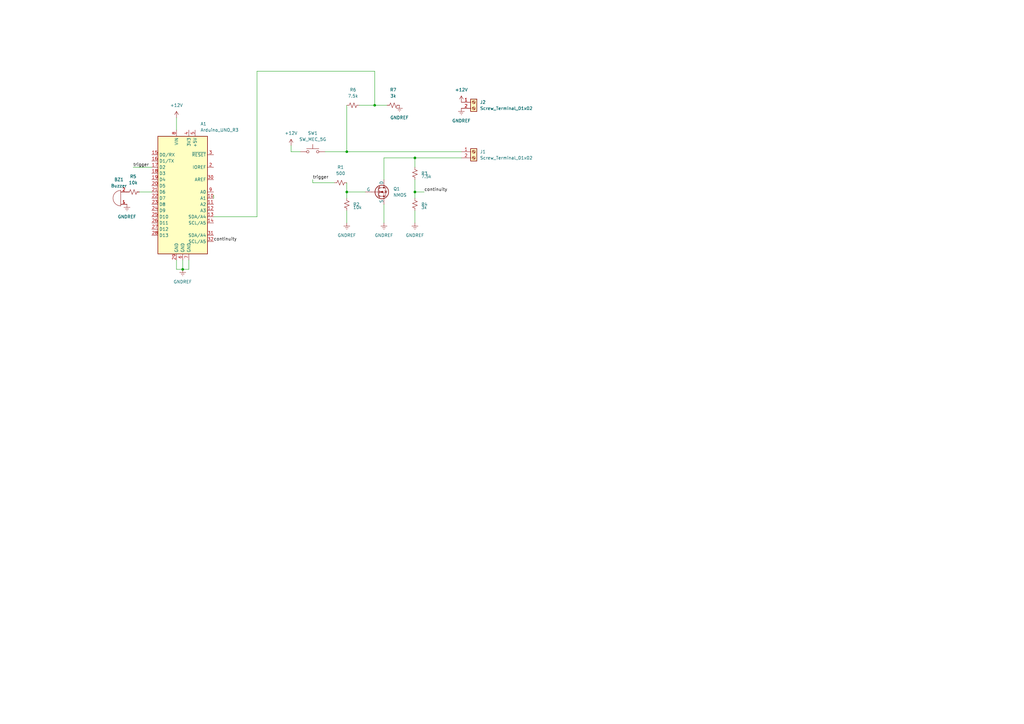
<source format=kicad_sch>
(kicad_sch
	(version 20250114)
	(generator "eeschema")
	(generator_version "9.0")
	(uuid "3572cdd5-e58b-4971-9298-7fa35d6d272d")
	(paper "A3")
	(lib_symbols
		(symbol "Connector:Screw_Terminal_01x02"
			(pin_names
				(offset 1.016)
				(hide yes)
			)
			(exclude_from_sim no)
			(in_bom yes)
			(on_board yes)
			(property "Reference" "J"
				(at 0 2.54 0)
				(effects
					(font
						(size 1.27 1.27)
					)
				)
			)
			(property "Value" "Screw_Terminal_01x02"
				(at 0 -5.08 0)
				(effects
					(font
						(size 1.27 1.27)
					)
				)
			)
			(property "Footprint" ""
				(at 0 0 0)
				(effects
					(font
						(size 1.27 1.27)
					)
					(hide yes)
				)
			)
			(property "Datasheet" "~"
				(at 0 0 0)
				(effects
					(font
						(size 1.27 1.27)
					)
					(hide yes)
				)
			)
			(property "Description" "Generic screw terminal, single row, 01x02, script generated (kicad-library-utils/schlib/autogen/connector/)"
				(at 0 0 0)
				(effects
					(font
						(size 1.27 1.27)
					)
					(hide yes)
				)
			)
			(property "ki_keywords" "screw terminal"
				(at 0 0 0)
				(effects
					(font
						(size 1.27 1.27)
					)
					(hide yes)
				)
			)
			(property "ki_fp_filters" "TerminalBlock*:*"
				(at 0 0 0)
				(effects
					(font
						(size 1.27 1.27)
					)
					(hide yes)
				)
			)
			(symbol "Screw_Terminal_01x02_1_1"
				(rectangle
					(start -1.27 1.27)
					(end 1.27 -3.81)
					(stroke
						(width 0.254)
						(type default)
					)
					(fill
						(type background)
					)
				)
				(polyline
					(pts
						(xy -0.5334 0.3302) (xy 0.3302 -0.508)
					)
					(stroke
						(width 0.1524)
						(type default)
					)
					(fill
						(type none)
					)
				)
				(polyline
					(pts
						(xy -0.5334 -2.2098) (xy 0.3302 -3.048)
					)
					(stroke
						(width 0.1524)
						(type default)
					)
					(fill
						(type none)
					)
				)
				(polyline
					(pts
						(xy -0.3556 0.508) (xy 0.508 -0.3302)
					)
					(stroke
						(width 0.1524)
						(type default)
					)
					(fill
						(type none)
					)
				)
				(polyline
					(pts
						(xy -0.3556 -2.032) (xy 0.508 -2.8702)
					)
					(stroke
						(width 0.1524)
						(type default)
					)
					(fill
						(type none)
					)
				)
				(circle
					(center 0 0)
					(radius 0.635)
					(stroke
						(width 0.1524)
						(type default)
					)
					(fill
						(type none)
					)
				)
				(circle
					(center 0 -2.54)
					(radius 0.635)
					(stroke
						(width 0.1524)
						(type default)
					)
					(fill
						(type none)
					)
				)
				(pin passive line
					(at -5.08 0 0)
					(length 3.81)
					(name "Pin_1"
						(effects
							(font
								(size 1.27 1.27)
							)
						)
					)
					(number "1"
						(effects
							(font
								(size 1.27 1.27)
							)
						)
					)
				)
				(pin passive line
					(at -5.08 -2.54 0)
					(length 3.81)
					(name "Pin_2"
						(effects
							(font
								(size 1.27 1.27)
							)
						)
					)
					(number "2"
						(effects
							(font
								(size 1.27 1.27)
							)
						)
					)
				)
			)
			(embedded_fonts no)
		)
		(symbol "Device:Buzzer"
			(pin_names
				(offset 0.0254)
				(hide yes)
			)
			(exclude_from_sim no)
			(in_bom yes)
			(on_board yes)
			(property "Reference" "BZ"
				(at 3.81 1.27 0)
				(effects
					(font
						(size 1.27 1.27)
					)
					(justify left)
				)
			)
			(property "Value" "Buzzer"
				(at 3.81 -1.27 0)
				(effects
					(font
						(size 1.27 1.27)
					)
					(justify left)
				)
			)
			(property "Footprint" ""
				(at -0.635 2.54 90)
				(effects
					(font
						(size 1.27 1.27)
					)
					(hide yes)
				)
			)
			(property "Datasheet" "~"
				(at -0.635 2.54 90)
				(effects
					(font
						(size 1.27 1.27)
					)
					(hide yes)
				)
			)
			(property "Description" "Buzzer, polarized"
				(at 0 0 0)
				(effects
					(font
						(size 1.27 1.27)
					)
					(hide yes)
				)
			)
			(property "ki_keywords" "quartz resonator ceramic"
				(at 0 0 0)
				(effects
					(font
						(size 1.27 1.27)
					)
					(hide yes)
				)
			)
			(property "ki_fp_filters" "*Buzzer*"
				(at 0 0 0)
				(effects
					(font
						(size 1.27 1.27)
					)
					(hide yes)
				)
			)
			(symbol "Buzzer_0_1"
				(polyline
					(pts
						(xy -1.651 1.905) (xy -1.143 1.905)
					)
					(stroke
						(width 0)
						(type default)
					)
					(fill
						(type none)
					)
				)
				(polyline
					(pts
						(xy -1.397 2.159) (xy -1.397 1.651)
					)
					(stroke
						(width 0)
						(type default)
					)
					(fill
						(type none)
					)
				)
				(arc
					(start 0 3.175)
					(mid 3.1612 0)
					(end 0 -3.175)
					(stroke
						(width 0)
						(type default)
					)
					(fill
						(type none)
					)
				)
				(polyline
					(pts
						(xy 0 3.175) (xy 0 -3.175)
					)
					(stroke
						(width 0)
						(type default)
					)
					(fill
						(type none)
					)
				)
			)
			(symbol "Buzzer_1_1"
				(pin passive line
					(at -2.54 2.54 0)
					(length 2.54)
					(name "-"
						(effects
							(font
								(size 1.27 1.27)
							)
						)
					)
					(number "1"
						(effects
							(font
								(size 1.27 1.27)
							)
						)
					)
				)
				(pin passive line
					(at -2.54 -2.54 0)
					(length 2.54)
					(name "+"
						(effects
							(font
								(size 1.27 1.27)
							)
						)
					)
					(number "2"
						(effects
							(font
								(size 1.27 1.27)
							)
						)
					)
				)
			)
			(embedded_fonts no)
		)
		(symbol "Device:R_Small_US"
			(pin_numbers
				(hide yes)
			)
			(pin_names
				(offset 0.254)
				(hide yes)
			)
			(exclude_from_sim no)
			(in_bom yes)
			(on_board yes)
			(property "Reference" "R"
				(at 0.762 0.508 0)
				(effects
					(font
						(size 1.27 1.27)
					)
					(justify left)
				)
			)
			(property "Value" "R_Small_US"
				(at 0.762 -1.016 0)
				(effects
					(font
						(size 1.27 1.27)
					)
					(justify left)
				)
			)
			(property "Footprint" ""
				(at 0 0 0)
				(effects
					(font
						(size 1.27 1.27)
					)
					(hide yes)
				)
			)
			(property "Datasheet" "~"
				(at 0 0 0)
				(effects
					(font
						(size 1.27 1.27)
					)
					(hide yes)
				)
			)
			(property "Description" "Resistor, small US symbol"
				(at 0 0 0)
				(effects
					(font
						(size 1.27 1.27)
					)
					(hide yes)
				)
			)
			(property "ki_keywords" "r resistor"
				(at 0 0 0)
				(effects
					(font
						(size 1.27 1.27)
					)
					(hide yes)
				)
			)
			(property "ki_fp_filters" "R_*"
				(at 0 0 0)
				(effects
					(font
						(size 1.27 1.27)
					)
					(hide yes)
				)
			)
			(symbol "R_Small_US_1_1"
				(polyline
					(pts
						(xy 0 1.524) (xy 1.016 1.143) (xy 0 0.762) (xy -1.016 0.381) (xy 0 0)
					)
					(stroke
						(width 0)
						(type default)
					)
					(fill
						(type none)
					)
				)
				(polyline
					(pts
						(xy 0 0) (xy 1.016 -0.381) (xy 0 -0.762) (xy -1.016 -1.143) (xy 0 -1.524)
					)
					(stroke
						(width 0)
						(type default)
					)
					(fill
						(type none)
					)
				)
				(pin passive line
					(at 0 2.54 270)
					(length 1.016)
					(name "~"
						(effects
							(font
								(size 1.27 1.27)
							)
						)
					)
					(number "1"
						(effects
							(font
								(size 1.27 1.27)
							)
						)
					)
				)
				(pin passive line
					(at 0 -2.54 90)
					(length 1.016)
					(name "~"
						(effects
							(font
								(size 1.27 1.27)
							)
						)
					)
					(number "2"
						(effects
							(font
								(size 1.27 1.27)
							)
						)
					)
				)
			)
			(embedded_fonts no)
		)
		(symbol "MCU_Module:Arduino_UNO_R3"
			(exclude_from_sim no)
			(in_bom yes)
			(on_board yes)
			(property "Reference" "A"
				(at -10.16 23.495 0)
				(effects
					(font
						(size 1.27 1.27)
					)
					(justify left bottom)
				)
			)
			(property "Value" "Arduino_UNO_R3"
				(at 5.08 -26.67 0)
				(effects
					(font
						(size 1.27 1.27)
					)
					(justify left top)
				)
			)
			(property "Footprint" "Module:Arduino_UNO_R3"
				(at 0 0 0)
				(effects
					(font
						(size 1.27 1.27)
						(italic yes)
					)
					(hide yes)
				)
			)
			(property "Datasheet" "https://www.arduino.cc/en/Main/arduinoBoardUno"
				(at 0 0 0)
				(effects
					(font
						(size 1.27 1.27)
					)
					(hide yes)
				)
			)
			(property "Description" "Arduino UNO Microcontroller Module, release 3"
				(at 0 0 0)
				(effects
					(font
						(size 1.27 1.27)
					)
					(hide yes)
				)
			)
			(property "ki_keywords" "Arduino UNO R3 Microcontroller Module Atmel AVR USB"
				(at 0 0 0)
				(effects
					(font
						(size 1.27 1.27)
					)
					(hide yes)
				)
			)
			(property "ki_fp_filters" "Arduino*UNO*R3*"
				(at 0 0 0)
				(effects
					(font
						(size 1.27 1.27)
					)
					(hide yes)
				)
			)
			(symbol "Arduino_UNO_R3_0_1"
				(rectangle
					(start -10.16 22.86)
					(end 10.16 -25.4)
					(stroke
						(width 0.254)
						(type default)
					)
					(fill
						(type background)
					)
				)
			)
			(symbol "Arduino_UNO_R3_1_1"
				(pin bidirectional line
					(at -12.7 15.24 0)
					(length 2.54)
					(name "D0/RX"
						(effects
							(font
								(size 1.27 1.27)
							)
						)
					)
					(number "15"
						(effects
							(font
								(size 1.27 1.27)
							)
						)
					)
				)
				(pin bidirectional line
					(at -12.7 12.7 0)
					(length 2.54)
					(name "D1/TX"
						(effects
							(font
								(size 1.27 1.27)
							)
						)
					)
					(number "16"
						(effects
							(font
								(size 1.27 1.27)
							)
						)
					)
				)
				(pin bidirectional line
					(at -12.7 10.16 0)
					(length 2.54)
					(name "D2"
						(effects
							(font
								(size 1.27 1.27)
							)
						)
					)
					(number "17"
						(effects
							(font
								(size 1.27 1.27)
							)
						)
					)
				)
				(pin bidirectional line
					(at -12.7 7.62 0)
					(length 2.54)
					(name "D3"
						(effects
							(font
								(size 1.27 1.27)
							)
						)
					)
					(number "18"
						(effects
							(font
								(size 1.27 1.27)
							)
						)
					)
				)
				(pin bidirectional line
					(at -12.7 5.08 0)
					(length 2.54)
					(name "D4"
						(effects
							(font
								(size 1.27 1.27)
							)
						)
					)
					(number "19"
						(effects
							(font
								(size 1.27 1.27)
							)
						)
					)
				)
				(pin bidirectional line
					(at -12.7 2.54 0)
					(length 2.54)
					(name "D5"
						(effects
							(font
								(size 1.27 1.27)
							)
						)
					)
					(number "20"
						(effects
							(font
								(size 1.27 1.27)
							)
						)
					)
				)
				(pin bidirectional line
					(at -12.7 0 0)
					(length 2.54)
					(name "D6"
						(effects
							(font
								(size 1.27 1.27)
							)
						)
					)
					(number "21"
						(effects
							(font
								(size 1.27 1.27)
							)
						)
					)
				)
				(pin bidirectional line
					(at -12.7 -2.54 0)
					(length 2.54)
					(name "D7"
						(effects
							(font
								(size 1.27 1.27)
							)
						)
					)
					(number "22"
						(effects
							(font
								(size 1.27 1.27)
							)
						)
					)
				)
				(pin bidirectional line
					(at -12.7 -5.08 0)
					(length 2.54)
					(name "D8"
						(effects
							(font
								(size 1.27 1.27)
							)
						)
					)
					(number "23"
						(effects
							(font
								(size 1.27 1.27)
							)
						)
					)
				)
				(pin bidirectional line
					(at -12.7 -7.62 0)
					(length 2.54)
					(name "D9"
						(effects
							(font
								(size 1.27 1.27)
							)
						)
					)
					(number "24"
						(effects
							(font
								(size 1.27 1.27)
							)
						)
					)
				)
				(pin bidirectional line
					(at -12.7 -10.16 0)
					(length 2.54)
					(name "D10"
						(effects
							(font
								(size 1.27 1.27)
							)
						)
					)
					(number "25"
						(effects
							(font
								(size 1.27 1.27)
							)
						)
					)
				)
				(pin bidirectional line
					(at -12.7 -12.7 0)
					(length 2.54)
					(name "D11"
						(effects
							(font
								(size 1.27 1.27)
							)
						)
					)
					(number "26"
						(effects
							(font
								(size 1.27 1.27)
							)
						)
					)
				)
				(pin bidirectional line
					(at -12.7 -15.24 0)
					(length 2.54)
					(name "D12"
						(effects
							(font
								(size 1.27 1.27)
							)
						)
					)
					(number "27"
						(effects
							(font
								(size 1.27 1.27)
							)
						)
					)
				)
				(pin bidirectional line
					(at -12.7 -17.78 0)
					(length 2.54)
					(name "D13"
						(effects
							(font
								(size 1.27 1.27)
							)
						)
					)
					(number "28"
						(effects
							(font
								(size 1.27 1.27)
							)
						)
					)
				)
				(pin no_connect line
					(at -10.16 -20.32 0)
					(length 2.54)
					(hide yes)
					(name "NC"
						(effects
							(font
								(size 1.27 1.27)
							)
						)
					)
					(number "1"
						(effects
							(font
								(size 1.27 1.27)
							)
						)
					)
				)
				(pin power_in line
					(at -2.54 25.4 270)
					(length 2.54)
					(name "VIN"
						(effects
							(font
								(size 1.27 1.27)
							)
						)
					)
					(number "8"
						(effects
							(font
								(size 1.27 1.27)
							)
						)
					)
				)
				(pin power_in line
					(at -2.54 -27.94 90)
					(length 2.54)
					(name "GND"
						(effects
							(font
								(size 1.27 1.27)
							)
						)
					)
					(number "29"
						(effects
							(font
								(size 1.27 1.27)
							)
						)
					)
				)
				(pin power_in line
					(at 0 -27.94 90)
					(length 2.54)
					(name "GND"
						(effects
							(font
								(size 1.27 1.27)
							)
						)
					)
					(number "6"
						(effects
							(font
								(size 1.27 1.27)
							)
						)
					)
				)
				(pin power_out line
					(at 2.54 25.4 270)
					(length 2.54)
					(name "3V3"
						(effects
							(font
								(size 1.27 1.27)
							)
						)
					)
					(number "4"
						(effects
							(font
								(size 1.27 1.27)
							)
						)
					)
				)
				(pin power_in line
					(at 2.54 -27.94 90)
					(length 2.54)
					(name "GND"
						(effects
							(font
								(size 1.27 1.27)
							)
						)
					)
					(number "7"
						(effects
							(font
								(size 1.27 1.27)
							)
						)
					)
				)
				(pin power_out line
					(at 5.08 25.4 270)
					(length 2.54)
					(name "+5V"
						(effects
							(font
								(size 1.27 1.27)
							)
						)
					)
					(number "5"
						(effects
							(font
								(size 1.27 1.27)
							)
						)
					)
				)
				(pin input line
					(at 12.7 15.24 180)
					(length 2.54)
					(name "~{RESET}"
						(effects
							(font
								(size 1.27 1.27)
							)
						)
					)
					(number "3"
						(effects
							(font
								(size 1.27 1.27)
							)
						)
					)
				)
				(pin output line
					(at 12.7 10.16 180)
					(length 2.54)
					(name "IOREF"
						(effects
							(font
								(size 1.27 1.27)
							)
						)
					)
					(number "2"
						(effects
							(font
								(size 1.27 1.27)
							)
						)
					)
				)
				(pin input line
					(at 12.7 5.08 180)
					(length 2.54)
					(name "AREF"
						(effects
							(font
								(size 1.27 1.27)
							)
						)
					)
					(number "30"
						(effects
							(font
								(size 1.27 1.27)
							)
						)
					)
				)
				(pin bidirectional line
					(at 12.7 0 180)
					(length 2.54)
					(name "A0"
						(effects
							(font
								(size 1.27 1.27)
							)
						)
					)
					(number "9"
						(effects
							(font
								(size 1.27 1.27)
							)
						)
					)
				)
				(pin bidirectional line
					(at 12.7 -2.54 180)
					(length 2.54)
					(name "A1"
						(effects
							(font
								(size 1.27 1.27)
							)
						)
					)
					(number "10"
						(effects
							(font
								(size 1.27 1.27)
							)
						)
					)
				)
				(pin bidirectional line
					(at 12.7 -5.08 180)
					(length 2.54)
					(name "A2"
						(effects
							(font
								(size 1.27 1.27)
							)
						)
					)
					(number "11"
						(effects
							(font
								(size 1.27 1.27)
							)
						)
					)
				)
				(pin bidirectional line
					(at 12.7 -7.62 180)
					(length 2.54)
					(name "A3"
						(effects
							(font
								(size 1.27 1.27)
							)
						)
					)
					(number "12"
						(effects
							(font
								(size 1.27 1.27)
							)
						)
					)
				)
				(pin bidirectional line
					(at 12.7 -10.16 180)
					(length 2.54)
					(name "SDA/A4"
						(effects
							(font
								(size 1.27 1.27)
							)
						)
					)
					(number "13"
						(effects
							(font
								(size 1.27 1.27)
							)
						)
					)
				)
				(pin bidirectional line
					(at 12.7 -12.7 180)
					(length 2.54)
					(name "SCL/A5"
						(effects
							(font
								(size 1.27 1.27)
							)
						)
					)
					(number "14"
						(effects
							(font
								(size 1.27 1.27)
							)
						)
					)
				)
				(pin bidirectional line
					(at 12.7 -17.78 180)
					(length 2.54)
					(name "SDA/A4"
						(effects
							(font
								(size 1.27 1.27)
							)
						)
					)
					(number "31"
						(effects
							(font
								(size 1.27 1.27)
							)
						)
					)
				)
				(pin bidirectional line
					(at 12.7 -20.32 180)
					(length 2.54)
					(name "SCL/A5"
						(effects
							(font
								(size 1.27 1.27)
							)
						)
					)
					(number "32"
						(effects
							(font
								(size 1.27 1.27)
							)
						)
					)
				)
			)
			(embedded_fonts no)
		)
		(symbol "Simulation_SPICE:NMOS"
			(pin_numbers
				(hide yes)
			)
			(pin_names
				(offset 0)
			)
			(exclude_from_sim no)
			(in_bom yes)
			(on_board yes)
			(property "Reference" "Q"
				(at 5.08 1.27 0)
				(effects
					(font
						(size 1.27 1.27)
					)
					(justify left)
				)
			)
			(property "Value" "NMOS"
				(at 5.08 -1.27 0)
				(effects
					(font
						(size 1.27 1.27)
					)
					(justify left)
				)
			)
			(property "Footprint" ""
				(at 5.08 2.54 0)
				(effects
					(font
						(size 1.27 1.27)
					)
					(hide yes)
				)
			)
			(property "Datasheet" "https://ngspice.sourceforge.io/docs/ngspice-manual.pdf"
				(at 0 -12.7 0)
				(effects
					(font
						(size 1.27 1.27)
					)
					(hide yes)
				)
			)
			(property "Description" "N-MOSFET transistor, drain/source/gate"
				(at 0 0 0)
				(effects
					(font
						(size 1.27 1.27)
					)
					(hide yes)
				)
			)
			(property "Sim.Device" "NMOS"
				(at 0 -17.145 0)
				(effects
					(font
						(size 1.27 1.27)
					)
					(hide yes)
				)
			)
			(property "Sim.Type" "VDMOS"
				(at 0 -19.05 0)
				(effects
					(font
						(size 1.27 1.27)
					)
					(hide yes)
				)
			)
			(property "Sim.Pins" "1=D 2=G 3=S"
				(at 0 -15.24 0)
				(effects
					(font
						(size 1.27 1.27)
					)
					(hide yes)
				)
			)
			(property "ki_keywords" "transistor NMOS N-MOS N-MOSFET simulation"
				(at 0 0 0)
				(effects
					(font
						(size 1.27 1.27)
					)
					(hide yes)
				)
			)
			(symbol "NMOS_0_1"
				(polyline
					(pts
						(xy 0.254 1.905) (xy 0.254 -1.905)
					)
					(stroke
						(width 0.254)
						(type default)
					)
					(fill
						(type none)
					)
				)
				(polyline
					(pts
						(xy 0.254 0) (xy -2.54 0)
					)
					(stroke
						(width 0)
						(type default)
					)
					(fill
						(type none)
					)
				)
				(polyline
					(pts
						(xy 0.762 2.286) (xy 0.762 1.27)
					)
					(stroke
						(width 0.254)
						(type default)
					)
					(fill
						(type none)
					)
				)
				(polyline
					(pts
						(xy 0.762 0.508) (xy 0.762 -0.508)
					)
					(stroke
						(width 0.254)
						(type default)
					)
					(fill
						(type none)
					)
				)
				(polyline
					(pts
						(xy 0.762 -1.27) (xy 0.762 -2.286)
					)
					(stroke
						(width 0.254)
						(type default)
					)
					(fill
						(type none)
					)
				)
				(polyline
					(pts
						(xy 0.762 -1.778) (xy 3.302 -1.778) (xy 3.302 1.778) (xy 0.762 1.778)
					)
					(stroke
						(width 0)
						(type default)
					)
					(fill
						(type none)
					)
				)
				(polyline
					(pts
						(xy 1.016 0) (xy 2.032 0.381) (xy 2.032 -0.381) (xy 1.016 0)
					)
					(stroke
						(width 0)
						(type default)
					)
					(fill
						(type outline)
					)
				)
				(circle
					(center 1.651 0)
					(radius 2.794)
					(stroke
						(width 0.254)
						(type default)
					)
					(fill
						(type none)
					)
				)
				(polyline
					(pts
						(xy 2.54 2.54) (xy 2.54 1.778)
					)
					(stroke
						(width 0)
						(type default)
					)
					(fill
						(type none)
					)
				)
				(circle
					(center 2.54 1.778)
					(radius 0.254)
					(stroke
						(width 0)
						(type default)
					)
					(fill
						(type outline)
					)
				)
				(circle
					(center 2.54 -1.778)
					(radius 0.254)
					(stroke
						(width 0)
						(type default)
					)
					(fill
						(type outline)
					)
				)
				(polyline
					(pts
						(xy 2.54 -2.54) (xy 2.54 0) (xy 0.762 0)
					)
					(stroke
						(width 0)
						(type default)
					)
					(fill
						(type none)
					)
				)
				(polyline
					(pts
						(xy 2.794 0.508) (xy 2.921 0.381) (xy 3.683 0.381) (xy 3.81 0.254)
					)
					(stroke
						(width 0)
						(type default)
					)
					(fill
						(type none)
					)
				)
				(polyline
					(pts
						(xy 3.302 0.381) (xy 2.921 -0.254) (xy 3.683 -0.254) (xy 3.302 0.381)
					)
					(stroke
						(width 0)
						(type default)
					)
					(fill
						(type none)
					)
				)
			)
			(symbol "NMOS_1_1"
				(pin input line
					(at -5.08 0 0)
					(length 2.54)
					(name "G"
						(effects
							(font
								(size 1.27 1.27)
							)
						)
					)
					(number "2"
						(effects
							(font
								(size 1.27 1.27)
							)
						)
					)
				)
				(pin passive line
					(at 2.54 5.08 270)
					(length 2.54)
					(name "D"
						(effects
							(font
								(size 1.27 1.27)
							)
						)
					)
					(number "1"
						(effects
							(font
								(size 1.27 1.27)
							)
						)
					)
				)
				(pin passive line
					(at 2.54 -5.08 90)
					(length 2.54)
					(name "S"
						(effects
							(font
								(size 1.27 1.27)
							)
						)
					)
					(number "3"
						(effects
							(font
								(size 1.27 1.27)
							)
						)
					)
				)
			)
			(embedded_fonts no)
		)
		(symbol "Switch:SW_MEC_5G"
			(pin_numbers
				(hide yes)
			)
			(pin_names
				(offset 1.016)
				(hide yes)
			)
			(exclude_from_sim no)
			(in_bom yes)
			(on_board yes)
			(property "Reference" "SW"
				(at 1.27 2.54 0)
				(effects
					(font
						(size 1.27 1.27)
					)
					(justify left)
				)
			)
			(property "Value" "SW_MEC_5G"
				(at 0 -1.524 0)
				(effects
					(font
						(size 1.27 1.27)
					)
				)
			)
			(property "Footprint" ""
				(at 0 5.08 0)
				(effects
					(font
						(size 1.27 1.27)
					)
					(hide yes)
				)
			)
			(property "Datasheet" "http://www.apem.com/int/index.php?controller=attachment&id_attachment=488"
				(at 0 5.08 0)
				(effects
					(font
						(size 1.27 1.27)
					)
					(hide yes)
				)
			)
			(property "Description" "MEC 5G single pole normally-open tactile switch"
				(at 0 0 0)
				(effects
					(font
						(size 1.27 1.27)
					)
					(hide yes)
				)
			)
			(property "ki_keywords" "switch normally-open pushbutton push-button"
				(at 0 0 0)
				(effects
					(font
						(size 1.27 1.27)
					)
					(hide yes)
				)
			)
			(property "ki_fp_filters" "SW*MEC*5G*"
				(at 0 0 0)
				(effects
					(font
						(size 1.27 1.27)
					)
					(hide yes)
				)
			)
			(symbol "SW_MEC_5G_0_1"
				(circle
					(center -2.032 0)
					(radius 0.508)
					(stroke
						(width 0)
						(type default)
					)
					(fill
						(type none)
					)
				)
				(polyline
					(pts
						(xy 0 1.27) (xy 0 3.048)
					)
					(stroke
						(width 0)
						(type default)
					)
					(fill
						(type none)
					)
				)
				(circle
					(center 2.032 0)
					(radius 0.508)
					(stroke
						(width 0)
						(type default)
					)
					(fill
						(type none)
					)
				)
				(polyline
					(pts
						(xy 2.54 1.27) (xy -2.54 1.27)
					)
					(stroke
						(width 0)
						(type default)
					)
					(fill
						(type none)
					)
				)
				(pin passive line
					(at -5.08 0 0)
					(length 2.54)
					(name "A"
						(effects
							(font
								(size 1.27 1.27)
							)
						)
					)
					(number "1"
						(effects
							(font
								(size 1.27 1.27)
							)
						)
					)
				)
				(pin passive line
					(at 5.08 0 180)
					(length 2.54)
					(name "B"
						(effects
							(font
								(size 1.27 1.27)
							)
						)
					)
					(number "3"
						(effects
							(font
								(size 1.27 1.27)
							)
						)
					)
				)
			)
			(symbol "SW_MEC_5G_1_1"
				(pin passive line
					(at -5.08 0 0)
					(length 2.54)
					(hide yes)
					(name "A"
						(effects
							(font
								(size 1.27 1.27)
							)
						)
					)
					(number "2"
						(effects
							(font
								(size 1.27 1.27)
							)
						)
					)
				)
				(pin passive line
					(at 5.08 0 180)
					(length 2.54)
					(hide yes)
					(name "B"
						(effects
							(font
								(size 1.27 1.27)
							)
						)
					)
					(number "4"
						(effects
							(font
								(size 1.27 1.27)
							)
						)
					)
				)
			)
			(embedded_fonts no)
		)
		(symbol "power:+12V"
			(power)
			(pin_names
				(offset 0)
			)
			(exclude_from_sim no)
			(in_bom yes)
			(on_board yes)
			(property "Reference" "#PWR"
				(at 0 -3.81 0)
				(effects
					(font
						(size 1.27 1.27)
					)
					(hide yes)
				)
			)
			(property "Value" "+12V"
				(at 0 3.556 0)
				(effects
					(font
						(size 1.27 1.27)
					)
				)
			)
			(property "Footprint" ""
				(at 0 0 0)
				(effects
					(font
						(size 1.27 1.27)
					)
					(hide yes)
				)
			)
			(property "Datasheet" ""
				(at 0 0 0)
				(effects
					(font
						(size 1.27 1.27)
					)
					(hide yes)
				)
			)
			(property "Description" "Power symbol creates a global label with name \"+12V\""
				(at 0 0 0)
				(effects
					(font
						(size 1.27 1.27)
					)
					(hide yes)
				)
			)
			(property "ki_keywords" "global power"
				(at 0 0 0)
				(effects
					(font
						(size 1.27 1.27)
					)
					(hide yes)
				)
			)
			(symbol "+12V_0_1"
				(polyline
					(pts
						(xy -0.762 1.27) (xy 0 2.54)
					)
					(stroke
						(width 0)
						(type default)
					)
					(fill
						(type none)
					)
				)
				(polyline
					(pts
						(xy 0 2.54) (xy 0.762 1.27)
					)
					(stroke
						(width 0)
						(type default)
					)
					(fill
						(type none)
					)
				)
				(polyline
					(pts
						(xy 0 0) (xy 0 2.54)
					)
					(stroke
						(width 0)
						(type default)
					)
					(fill
						(type none)
					)
				)
			)
			(symbol "+12V_1_1"
				(pin power_in line
					(at 0 0 90)
					(length 0)
					(hide yes)
					(name "+12V"
						(effects
							(font
								(size 1.27 1.27)
							)
						)
					)
					(number "1"
						(effects
							(font
								(size 1.27 1.27)
							)
						)
					)
				)
			)
			(embedded_fonts no)
		)
		(symbol "power:GNDREF"
			(power)
			(pin_names
				(offset 0)
			)
			(exclude_from_sim no)
			(in_bom yes)
			(on_board yes)
			(property "Reference" "#PWR"
				(at 0 -6.35 0)
				(effects
					(font
						(size 1.27 1.27)
					)
					(hide yes)
				)
			)
			(property "Value" "GNDREF"
				(at 0 -3.81 0)
				(effects
					(font
						(size 1.27 1.27)
					)
				)
			)
			(property "Footprint" ""
				(at 0 0 0)
				(effects
					(font
						(size 1.27 1.27)
					)
					(hide yes)
				)
			)
			(property "Datasheet" ""
				(at 0 0 0)
				(effects
					(font
						(size 1.27 1.27)
					)
					(hide yes)
				)
			)
			(property "Description" "Power symbol creates a global label with name \"GNDREF\" , reference supply ground"
				(at 0 0 0)
				(effects
					(font
						(size 1.27 1.27)
					)
					(hide yes)
				)
			)
			(property "ki_keywords" "global power"
				(at 0 0 0)
				(effects
					(font
						(size 1.27 1.27)
					)
					(hide yes)
				)
			)
			(symbol "GNDREF_0_1"
				(polyline
					(pts
						(xy -0.635 -1.905) (xy 0.635 -1.905)
					)
					(stroke
						(width 0)
						(type default)
					)
					(fill
						(type none)
					)
				)
				(polyline
					(pts
						(xy -0.127 -2.54) (xy 0.127 -2.54)
					)
					(stroke
						(width 0)
						(type default)
					)
					(fill
						(type none)
					)
				)
				(polyline
					(pts
						(xy 0 -1.27) (xy 0 0)
					)
					(stroke
						(width 0)
						(type default)
					)
					(fill
						(type none)
					)
				)
				(polyline
					(pts
						(xy 1.27 -1.27) (xy -1.27 -1.27)
					)
					(stroke
						(width 0)
						(type default)
					)
					(fill
						(type none)
					)
				)
			)
			(symbol "GNDREF_1_1"
				(pin power_in line
					(at 0 0 270)
					(length 0)
					(hide yes)
					(name "GNDREF"
						(effects
							(font
								(size 1.27 1.27)
							)
						)
					)
					(number "1"
						(effects
							(font
								(size 1.27 1.27)
							)
						)
					)
				)
			)
			(embedded_fonts no)
		)
	)
	(junction
		(at 142.24 78.74)
		(diameter 0)
		(color 0 0 0 0)
		(uuid "2f4cbc0b-8224-4939-8419-8b607361eef9")
	)
	(junction
		(at 74.93 110.49)
		(diameter 0)
		(color 0 0 0 0)
		(uuid "662af9b4-6ac4-4f60-ab6c-5882355baabd")
	)
	(junction
		(at 153.67 43.18)
		(diameter 0)
		(color 0 0 0 0)
		(uuid "9c3c2a98-86a6-4615-8f92-6d72d0afd29e")
	)
	(junction
		(at 170.18 64.77)
		(diameter 0)
		(color 0 0 0 0)
		(uuid "a02414dd-7158-45ab-93a2-5a2e9411b6ee")
	)
	(junction
		(at 170.18 78.74)
		(diameter 0)
		(color 0 0 0 0)
		(uuid "f5de04c3-eff7-48dc-826f-3ad815e6a7be")
	)
	(junction
		(at 142.24 62.23)
		(diameter 0)
		(color 0 0 0 0)
		(uuid "fdb88a12-1748-4f97-b5e0-9541bbf81832")
	)
	(wire
		(pts
			(xy 142.24 78.74) (xy 149.86 78.74)
		)
		(stroke
			(width 0)
			(type default)
		)
		(uuid "099fe251-6920-4ade-985c-5b7ae56e7788")
	)
	(wire
		(pts
			(xy 123.19 62.23) (xy 119.38 62.23)
		)
		(stroke
			(width 0)
			(type default)
		)
		(uuid "09e32b8e-c4b5-4c12-9a3b-a1416764a877")
	)
	(wire
		(pts
			(xy 57.15 78.74) (xy 62.23 78.74)
		)
		(stroke
			(width 0)
			(type default)
		)
		(uuid "0e998713-0ebc-4529-9d52-79425be24f1e")
	)
	(wire
		(pts
			(xy 74.93 106.68) (xy 74.93 110.49)
		)
		(stroke
			(width 0)
			(type default)
		)
		(uuid "1730a979-975f-49b5-a7de-0627548ed756")
	)
	(wire
		(pts
			(xy 133.35 62.23) (xy 142.24 62.23)
		)
		(stroke
			(width 0)
			(type default)
		)
		(uuid "1ab34904-2931-4c8c-a486-f46e5c5c8783")
	)
	(wire
		(pts
			(xy 77.47 110.49) (xy 77.47 106.68)
		)
		(stroke
			(width 0)
			(type default)
		)
		(uuid "1d0c7772-0051-4009-86fb-1bcd0b054fd6")
	)
	(wire
		(pts
			(xy 170.18 78.74) (xy 173.99 78.74)
		)
		(stroke
			(width 0)
			(type default)
		)
		(uuid "1e22c11d-302c-4d38-afe0-51be19ea9af1")
	)
	(wire
		(pts
			(xy 87.63 80.01) (xy 87.63 81.28)
		)
		(stroke
			(width 0)
			(type default)
		)
		(uuid "216ea0c1-0540-4e14-91c7-aca9e2498502")
	)
	(wire
		(pts
			(xy 72.39 48.26) (xy 72.39 53.34)
		)
		(stroke
			(width 0)
			(type default)
		)
		(uuid "2b48adcf-871d-4141-9535-150487487541")
	)
	(wire
		(pts
			(xy 142.24 43.18) (xy 142.24 62.23)
		)
		(stroke
			(width 0)
			(type default)
		)
		(uuid "484705ef-296f-4279-bcd0-d8439d38a505")
	)
	(wire
		(pts
			(xy 170.18 73.66) (xy 170.18 78.74)
		)
		(stroke
			(width 0)
			(type default)
		)
		(uuid "4af4a69d-ba71-48a7-a535-d236d9544e78")
	)
	(wire
		(pts
			(xy 170.18 78.74) (xy 170.18 81.28)
		)
		(stroke
			(width 0)
			(type default)
		)
		(uuid "4b47c643-21b2-47fb-ae0f-863d819c7168")
	)
	(wire
		(pts
			(xy 119.38 59.69) (xy 119.38 62.23)
		)
		(stroke
			(width 0)
			(type default)
		)
		(uuid "68296b16-f0cc-42e2-bcbf-5c31694a78fd")
	)
	(wire
		(pts
			(xy 147.32 43.18) (xy 153.67 43.18)
		)
		(stroke
			(width 0)
			(type default)
		)
		(uuid "7f3b4dbd-8bfd-4123-a007-e2cf85a927c8")
	)
	(wire
		(pts
			(xy 142.24 74.93) (xy 142.24 78.74)
		)
		(stroke
			(width 0)
			(type default)
		)
		(uuid "8201a613-ece7-4bd1-88d5-4568db32986e")
	)
	(wire
		(pts
			(xy 157.48 73.66) (xy 157.48 64.77)
		)
		(stroke
			(width 0)
			(type default)
		)
		(uuid "9420b3cf-9cc6-4108-8aae-262c31c3f2ff")
	)
	(wire
		(pts
			(xy 128.27 73.66) (xy 128.27 74.93)
		)
		(stroke
			(width 0)
			(type default)
		)
		(uuid "99b9b1bf-fcfd-4d27-9f76-b8603ed99b54")
	)
	(wire
		(pts
			(xy 105.41 29.21) (xy 105.41 88.9)
		)
		(stroke
			(width 0)
			(type default)
		)
		(uuid "9f771395-611e-42e7-a2bf-3e7d890b25a9")
	)
	(wire
		(pts
			(xy 142.24 62.23) (xy 189.23 62.23)
		)
		(stroke
			(width 0)
			(type default)
		)
		(uuid "a68fb165-8804-48c3-9567-0f7c3be9d90d")
	)
	(wire
		(pts
			(xy 157.48 83.82) (xy 157.48 91.44)
		)
		(stroke
			(width 0)
			(type default)
		)
		(uuid "a9207239-bf68-45b3-881c-8670cc229d8a")
	)
	(wire
		(pts
			(xy 157.48 64.77) (xy 170.18 64.77)
		)
		(stroke
			(width 0)
			(type default)
		)
		(uuid "a92a8782-cd6b-4a01-bb10-dddf069fbf7e")
	)
	(wire
		(pts
			(xy 170.18 64.77) (xy 189.23 64.77)
		)
		(stroke
			(width 0)
			(type default)
		)
		(uuid "acd0e890-74d1-446e-8df7-b644ce35d9a0")
	)
	(wire
		(pts
			(xy 170.18 86.36) (xy 170.18 91.44)
		)
		(stroke
			(width 0)
			(type default)
		)
		(uuid "b15cdb2e-be0a-4e46-baa9-f800565c6cfa")
	)
	(wire
		(pts
			(xy 128.27 74.93) (xy 137.16 74.93)
		)
		(stroke
			(width 0)
			(type default)
		)
		(uuid "b8bcfc3b-87ec-43c6-a74f-967ba5e00324")
	)
	(wire
		(pts
			(xy 142.24 86.36) (xy 142.24 91.44)
		)
		(stroke
			(width 0)
			(type default)
		)
		(uuid "bee0daa5-757f-4850-8ff2-258dffad8e79")
	)
	(wire
		(pts
			(xy 153.67 29.21) (xy 105.41 29.21)
		)
		(stroke
			(width 0)
			(type default)
		)
		(uuid "c098dc07-5bc9-4a8e-b01e-c861763123ce")
	)
	(wire
		(pts
			(xy 170.18 64.77) (xy 170.18 68.58)
		)
		(stroke
			(width 0)
			(type default)
		)
		(uuid "c54fb336-1967-4e00-8a8e-e71bde547687")
	)
	(wire
		(pts
			(xy 74.93 110.49) (xy 77.47 110.49)
		)
		(stroke
			(width 0)
			(type default)
		)
		(uuid "c6c19165-1cda-4c21-a466-b12cab660264")
	)
	(wire
		(pts
			(xy 87.63 88.9) (xy 105.41 88.9)
		)
		(stroke
			(width 0)
			(type default)
		)
		(uuid "cd95d81f-93ee-4982-9bda-e566208290f9")
	)
	(wire
		(pts
			(xy 142.24 78.74) (xy 142.24 81.28)
		)
		(stroke
			(width 0)
			(type default)
		)
		(uuid "d61197bd-e0dd-4ba1-8825-0e63c6a12e93")
	)
	(wire
		(pts
			(xy 74.93 110.49) (xy 72.39 110.49)
		)
		(stroke
			(width 0)
			(type default)
		)
		(uuid "ddeb9afb-7663-42af-a82c-8b50df04d78e")
	)
	(wire
		(pts
			(xy 153.67 43.18) (xy 158.75 43.18)
		)
		(stroke
			(width 0)
			(type default)
		)
		(uuid "e6384e83-b35a-428e-b3a7-f812a23752b7")
	)
	(wire
		(pts
			(xy 54.61 68.58) (xy 62.23 68.58)
		)
		(stroke
			(width 0)
			(type default)
		)
		(uuid "e70c1066-d028-431c-8a85-d7f6af771453")
	)
	(wire
		(pts
			(xy 153.67 43.18) (xy 153.67 29.21)
		)
		(stroke
			(width 0)
			(type default)
		)
		(uuid "f5559a18-6a13-4b19-9a00-d0349a938391")
	)
	(wire
		(pts
			(xy 72.39 110.49) (xy 72.39 106.68)
		)
		(stroke
			(width 0)
			(type default)
		)
		(uuid "fad1c3ec-df90-4e91-9e3e-def738b4b730")
	)
	(label "continuity"
		(at 87.63 99.06 0)
		(effects
			(font
				(size 1.27 1.27)
			)
			(justify left bottom)
		)
		(uuid "52929975-de69-4b57-b762-6faae161a3b6")
	)
	(label "trigger"
		(at 54.61 68.58 0)
		(effects
			(font
				(size 1.27 1.27)
			)
			(justify left bottom)
		)
		(uuid "a6f4c591-d34e-4f3f-b0d7-34076e4b88bd")
	)
	(label "trigger"
		(at 128.27 73.66 0)
		(effects
			(font
				(size 1.27 1.27)
			)
			(justify left bottom)
		)
		(uuid "de81cad5-12c6-4ce1-bbaa-61a3b85ee2a6")
	)
	(label "continuity"
		(at 173.99 78.74 0)
		(effects
			(font
				(size 1.27 1.27)
			)
			(justify left bottom)
		)
		(uuid "e665c01f-5125-4f3c-abbb-81e9045bc98d")
	)
	(symbol
		(lib_id "Connector:Screw_Terminal_01x02")
		(at 194.31 62.23 0)
		(unit 1)
		(exclude_from_sim no)
		(in_bom yes)
		(on_board yes)
		(dnp no)
		(fields_autoplaced yes)
		(uuid "04453bb7-0ae5-4ae4-8ccc-e6f7bf6614d9")
		(property "Reference" "J1"
			(at 196.85 62.23 0)
			(effects
				(font
					(size 1.27 1.27)
				)
				(justify left)
			)
		)
		(property "Value" "Screw_Terminal_01x02"
			(at 196.85 64.77 0)
			(effects
				(font
					(size 1.27 1.27)
				)
				(justify left)
			)
		)
		(property "Footprint" "Connector_PinHeader_1.00mm:PinHeader_1x02_P1.00mm_Vertical"
			(at 194.31 62.23 0)
			(effects
				(font
					(size 1.27 1.27)
				)
				(hide yes)
			)
		)
		(property "Datasheet" "~"
			(at 194.31 62.23 0)
			(effects
				(font
					(size 1.27 1.27)
				)
				(hide yes)
			)
		)
		(property "Description" ""
			(at 194.31 62.23 0)
			(effects
				(font
					(size 1.27 1.27)
				)
			)
		)
		(pin "1"
			(uuid "bac57a02-93d0-41cc-a5e8-988aadb4c6df")
		)
		(pin "2"
			(uuid "dd315b0d-1fde-4e05-9664-7f5426934fc2")
		)
		(instances
			(project "launchBox_rail"
				(path "/3572cdd5-e58b-4971-9298-7fa35d6d272d"
					(reference "J1")
					(unit 1)
				)
			)
		)
	)
	(symbol
		(lib_id "Device:R_Small_US")
		(at 170.18 83.82 0)
		(unit 1)
		(exclude_from_sim no)
		(in_bom yes)
		(on_board yes)
		(dnp no)
		(fields_autoplaced yes)
		(uuid "099c3f87-7394-4f50-8230-8a9ab94c7661")
		(property "Reference" "R4"
			(at 172.72 83.82 0)
			(effects
				(font
					(size 1.27 1.27)
				)
				(justify left)
			)
		)
		(property "Value" "3k"
			(at 172.72 85.09 0)
			(effects
				(font
					(size 1.27 1.27)
				)
				(justify left)
			)
		)
		(property "Footprint" "Resistor_SMD:R_0603_1608Metric"
			(at 170.18 83.82 0)
			(effects
				(font
					(size 1.27 1.27)
				)
				(hide yes)
			)
		)
		(property "Datasheet" "~"
			(at 170.18 83.82 0)
			(effects
				(font
					(size 1.27 1.27)
				)
				(hide yes)
			)
		)
		(property "Description" ""
			(at 170.18 83.82 0)
			(effects
				(font
					(size 1.27 1.27)
				)
			)
		)
		(pin "1"
			(uuid "a13d0257-50b8-424b-b31d-0a33daa8a97f")
		)
		(pin "2"
			(uuid "e7f99880-8a8a-4a07-ade1-cffde62fb3ea")
		)
		(instances
			(project "launchBox_rail"
				(path "/3572cdd5-e58b-4971-9298-7fa35d6d272d"
					(reference "R4")
					(unit 1)
				)
			)
		)
	)
	(symbol
		(lib_id "Device:R_Small_US")
		(at 161.29 43.18 90)
		(unit 1)
		(exclude_from_sim no)
		(in_bom yes)
		(on_board yes)
		(dnp no)
		(fields_autoplaced yes)
		(uuid "10058181-5e2d-4e69-b1cc-df680719dd24")
		(property "Reference" "R7"
			(at 161.29 36.83 90)
			(effects
				(font
					(size 1.27 1.27)
				)
			)
		)
		(property "Value" "3k"
			(at 161.29 39.37 90)
			(effects
				(font
					(size 1.27 1.27)
				)
			)
		)
		(property "Footprint" "Resistor_SMD:R_0603_1608Metric"
			(at 161.29 43.18 0)
			(effects
				(font
					(size 1.27 1.27)
				)
				(hide yes)
			)
		)
		(property "Datasheet" "~"
			(at 161.29 43.18 0)
			(effects
				(font
					(size 1.27 1.27)
				)
				(hide yes)
			)
		)
		(property "Description" ""
			(at 161.29 43.18 0)
			(effects
				(font
					(size 1.27 1.27)
				)
			)
		)
		(pin "1"
			(uuid "949281d4-208e-408a-b3d1-07a141bb4d27")
		)
		(pin "2"
			(uuid "a9c4173e-e83c-4d42-84c2-80879664610c")
		)
		(instances
			(project "launchBox_rail"
				(path "/3572cdd5-e58b-4971-9298-7fa35d6d272d"
					(reference "R7")
					(unit 1)
				)
			)
		)
	)
	(symbol
		(lib_id "power:GNDREF")
		(at 170.18 91.44 0)
		(unit 1)
		(exclude_from_sim no)
		(in_bom yes)
		(on_board yes)
		(dnp no)
		(fields_autoplaced yes)
		(uuid "22424ea3-c0cc-457e-936b-6c76138a5679")
		(property "Reference" "#PWR04"
			(at 170.18 97.79 0)
			(effects
				(font
					(size 1.27 1.27)
				)
				(hide yes)
			)
		)
		(property "Value" "GNDREF"
			(at 170.18 96.52 0)
			(effects
				(font
					(size 1.27 1.27)
				)
			)
		)
		(property "Footprint" ""
			(at 170.18 91.44 0)
			(effects
				(font
					(size 1.27 1.27)
				)
				(hide yes)
			)
		)
		(property "Datasheet" ""
			(at 170.18 91.44 0)
			(effects
				(font
					(size 1.27 1.27)
				)
				(hide yes)
			)
		)
		(property "Description" ""
			(at 170.18 91.44 0)
			(effects
				(font
					(size 1.27 1.27)
				)
			)
		)
		(pin "1"
			(uuid "3b877896-391e-42db-a459-4248e7e162ec")
		)
		(instances
			(project "launchBox_rail"
				(path "/3572cdd5-e58b-4971-9298-7fa35d6d272d"
					(reference "#PWR04")
					(unit 1)
				)
			)
		)
	)
	(symbol
		(lib_id "power:+12V")
		(at 189.23 41.91 0)
		(unit 1)
		(exclude_from_sim no)
		(in_bom yes)
		(on_board yes)
		(dnp no)
		(fields_autoplaced yes)
		(uuid "2de6ed19-a20a-4281-895b-a9caead3a088")
		(property "Reference" "#PWR07"
			(at 189.23 45.72 0)
			(effects
				(font
					(size 1.27 1.27)
				)
				(hide yes)
			)
		)
		(property "Value" "+12V"
			(at 189.23 36.83 0)
			(effects
				(font
					(size 1.27 1.27)
				)
			)
		)
		(property "Footprint" ""
			(at 189.23 41.91 0)
			(effects
				(font
					(size 1.27 1.27)
				)
				(hide yes)
			)
		)
		(property "Datasheet" ""
			(at 189.23 41.91 0)
			(effects
				(font
					(size 1.27 1.27)
				)
				(hide yes)
			)
		)
		(property "Description" ""
			(at 189.23 41.91 0)
			(effects
				(font
					(size 1.27 1.27)
				)
			)
		)
		(pin "1"
			(uuid "9544c61f-386e-413b-b210-7e133a3ac770")
		)
		(instances
			(project "launchBox_rail"
				(path "/3572cdd5-e58b-4971-9298-7fa35d6d272d"
					(reference "#PWR07")
					(unit 1)
				)
			)
		)
	)
	(symbol
		(lib_id "Device:R_Small_US")
		(at 139.7 74.93 90)
		(unit 1)
		(exclude_from_sim no)
		(in_bom yes)
		(on_board yes)
		(dnp no)
		(fields_autoplaced yes)
		(uuid "39fb46f7-aab5-4721-83e9-4a0480853735")
		(property "Reference" "R1"
			(at 139.7 68.58 90)
			(effects
				(font
					(size 1.27 1.27)
				)
			)
		)
		(property "Value" "500"
			(at 139.7 71.12 90)
			(effects
				(font
					(size 1.27 1.27)
				)
			)
		)
		(property "Footprint" "Resistor_SMD:R_0603_1608Metric"
			(at 139.7 74.93 0)
			(effects
				(font
					(size 1.27 1.27)
				)
				(hide yes)
			)
		)
		(property "Datasheet" "~"
			(at 139.7 74.93 0)
			(effects
				(font
					(size 1.27 1.27)
				)
				(hide yes)
			)
		)
		(property "Description" ""
			(at 139.7 74.93 0)
			(effects
				(font
					(size 1.27 1.27)
				)
			)
		)
		(pin "1"
			(uuid "44e63953-0f71-4289-893d-c00bfbf92216")
		)
		(pin "2"
			(uuid "df1795e7-b433-4026-8c54-3df7681d5be5")
		)
		(instances
			(project "launchBox_rail"
				(path "/3572cdd5-e58b-4971-9298-7fa35d6d272d"
					(reference "R1")
					(unit 1)
				)
			)
		)
	)
	(symbol
		(lib_id "Switch:SW_MEC_5G")
		(at 128.27 62.23 0)
		(unit 1)
		(exclude_from_sim no)
		(in_bom yes)
		(on_board yes)
		(dnp no)
		(fields_autoplaced yes)
		(uuid "3cf155c4-6116-4905-8ba9-7debb74d6f87")
		(property "Reference" "SW1"
			(at 128.27 54.61 0)
			(effects
				(font
					(size 1.27 1.27)
				)
			)
		)
		(property "Value" "SW_MEC_5G"
			(at 128.27 57.15 0)
			(effects
				(font
					(size 1.27 1.27)
				)
			)
		)
		(property "Footprint" ""
			(at 128.27 57.15 0)
			(effects
				(font
					(size 1.27 1.27)
				)
				(hide yes)
			)
		)
		(property "Datasheet" "http://www.apem.com/int/index.php?controller=attachment&id_attachment=488"
			(at 128.27 57.15 0)
			(effects
				(font
					(size 1.27 1.27)
				)
				(hide yes)
			)
		)
		(property "Description" ""
			(at 128.27 62.23 0)
			(effects
				(font
					(size 1.27 1.27)
				)
			)
		)
		(pin "1"
			(uuid "b195f77a-8f80-4285-90ed-72b46c8d097d")
		)
		(pin "3"
			(uuid "182265d0-1329-4332-9281-cf2d534303fb")
		)
		(pin "2"
			(uuid "dda2d5ff-9b77-418a-aff6-ef1d34f1d230")
		)
		(pin "4"
			(uuid "181e39f1-8c2d-4110-866a-7155113c07b5")
		)
		(instances
			(project "launchBox_rail"
				(path "/3572cdd5-e58b-4971-9298-7fa35d6d272d"
					(reference "SW1")
					(unit 1)
				)
			)
		)
	)
	(symbol
		(lib_id "Simulation_SPICE:NMOS")
		(at 154.94 78.74 0)
		(unit 1)
		(exclude_from_sim no)
		(in_bom yes)
		(on_board yes)
		(dnp no)
		(fields_autoplaced yes)
		(uuid "3d37373f-64f0-4bc5-a76a-0db6f945edef")
		(property "Reference" "Q1"
			(at 161.29 77.47 0)
			(effects
				(font
					(size 1.27 1.27)
				)
				(justify left)
			)
		)
		(property "Value" "NMOS"
			(at 161.29 80.01 0)
			(effects
				(font
					(size 1.27 1.27)
				)
				(justify left)
			)
		)
		(property "Footprint" ""
			(at 160.02 76.2 0)
			(effects
				(font
					(size 1.27 1.27)
				)
				(hide yes)
			)
		)
		(property "Datasheet" "https://ngspice.sourceforge.io/docs/ngspice-manual.pdf"
			(at 154.94 91.44 0)
			(effects
				(font
					(size 1.27 1.27)
				)
				(hide yes)
			)
		)
		(property "Description" ""
			(at 154.94 78.74 0)
			(effects
				(font
					(size 1.27 1.27)
				)
			)
		)
		(property "Sim.Device" "NMOS"
			(at 154.94 95.885 0)
			(effects
				(font
					(size 1.27 1.27)
				)
				(hide yes)
			)
		)
		(property "Sim.Type" "VDMOS"
			(at 154.94 97.79 0)
			(effects
				(font
					(size 1.27 1.27)
				)
				(hide yes)
			)
		)
		(property "Sim.Pins" "1=D 2=G 3=S"
			(at 154.94 93.98 0)
			(effects
				(font
					(size 1.27 1.27)
				)
				(hide yes)
			)
		)
		(pin "1"
			(uuid "14c0b8bd-640f-450e-803c-19a3d5d39dbe")
		)
		(pin "2"
			(uuid "f5be830b-2fc3-4719-a196-23f9b3d52db4")
		)
		(pin "3"
			(uuid "0c5cc540-4b9e-4936-8f35-ece954c682a5")
		)
		(instances
			(project "launchBox_rail"
				(path "/3572cdd5-e58b-4971-9298-7fa35d6d272d"
					(reference "Q1")
					(unit 1)
				)
			)
		)
	)
	(symbol
		(lib_id "power:GNDREF")
		(at 52.07 83.82 0)
		(unit 1)
		(exclude_from_sim no)
		(in_bom yes)
		(on_board yes)
		(dnp no)
		(fields_autoplaced yes)
		(uuid "441a33f5-9c74-47c2-810e-8b8a18e5320d")
		(property "Reference" "#PWR09"
			(at 52.07 90.17 0)
			(effects
				(font
					(size 1.27 1.27)
				)
				(hide yes)
			)
		)
		(property "Value" "GNDREF"
			(at 52.07 88.9 0)
			(effects
				(font
					(size 1.27 1.27)
				)
			)
		)
		(property "Footprint" ""
			(at 52.07 83.82 0)
			(effects
				(font
					(size 1.27 1.27)
				)
				(hide yes)
			)
		)
		(property "Datasheet" ""
			(at 52.07 83.82 0)
			(effects
				(font
					(size 1.27 1.27)
				)
				(hide yes)
			)
		)
		(property "Description" ""
			(at 52.07 83.82 0)
			(effects
				(font
					(size 1.27 1.27)
				)
			)
		)
		(pin "1"
			(uuid "ed245c70-06c6-4320-aec1-14a1813c57c7")
		)
		(instances
			(project "launchBox_rail"
				(path "/3572cdd5-e58b-4971-9298-7fa35d6d272d"
					(reference "#PWR09")
					(unit 1)
				)
			)
		)
	)
	(symbol
		(lib_id "power:+12V")
		(at 119.38 59.69 0)
		(unit 1)
		(exclude_from_sim no)
		(in_bom yes)
		(on_board yes)
		(dnp no)
		(fields_autoplaced yes)
		(uuid "45377e56-92db-44cd-9b13-d06b90364b53")
		(property "Reference" "#PWR05"
			(at 119.38 63.5 0)
			(effects
				(font
					(size 1.27 1.27)
				)
				(hide yes)
			)
		)
		(property "Value" "+12V"
			(at 119.38 54.61 0)
			(effects
				(font
					(size 1.27 1.27)
				)
			)
		)
		(property "Footprint" ""
			(at 119.38 59.69 0)
			(effects
				(font
					(size 1.27 1.27)
				)
				(hide yes)
			)
		)
		(property "Datasheet" ""
			(at 119.38 59.69 0)
			(effects
				(font
					(size 1.27 1.27)
				)
				(hide yes)
			)
		)
		(property "Description" ""
			(at 119.38 59.69 0)
			(effects
				(font
					(size 1.27 1.27)
				)
			)
		)
		(pin "1"
			(uuid "ccf32f8e-4190-4196-898a-55a4ab31d400")
		)
		(instances
			(project "launchBox_rail"
				(path "/3572cdd5-e58b-4971-9298-7fa35d6d272d"
					(reference "#PWR05")
					(unit 1)
				)
			)
		)
	)
	(symbol
		(lib_id "power:GNDREF")
		(at 157.48 91.44 0)
		(unit 1)
		(exclude_from_sim no)
		(in_bom yes)
		(on_board yes)
		(dnp no)
		(fields_autoplaced yes)
		(uuid "4c13ba0b-cd48-4006-aeb6-b693946f6f99")
		(property "Reference" "#PWR03"
			(at 157.48 97.79 0)
			(effects
				(font
					(size 1.27 1.27)
				)
				(hide yes)
			)
		)
		(property "Value" "GNDREF"
			(at 157.48 96.52 0)
			(effects
				(font
					(size 1.27 1.27)
				)
			)
		)
		(property "Footprint" ""
			(at 157.48 91.44 0)
			(effects
				(font
					(size 1.27 1.27)
				)
				(hide yes)
			)
		)
		(property "Datasheet" ""
			(at 157.48 91.44 0)
			(effects
				(font
					(size 1.27 1.27)
				)
				(hide yes)
			)
		)
		(property "Description" ""
			(at 157.48 91.44 0)
			(effects
				(font
					(size 1.27 1.27)
				)
			)
		)
		(pin "1"
			(uuid "4cf052ec-8ed3-4293-a6f9-430de8712367")
		)
		(instances
			(project "launchBox_rail"
				(path "/3572cdd5-e58b-4971-9298-7fa35d6d272d"
					(reference "#PWR03")
					(unit 1)
				)
			)
		)
	)
	(symbol
		(lib_id "power:GNDREF")
		(at 189.23 44.45 0)
		(unit 1)
		(exclude_from_sim no)
		(in_bom yes)
		(on_board yes)
		(dnp no)
		(fields_autoplaced yes)
		(uuid "500ee404-b717-41ca-922a-ef92c5caf637")
		(property "Reference" "#PWR08"
			(at 189.23 50.8 0)
			(effects
				(font
					(size 1.27 1.27)
				)
				(hide yes)
			)
		)
		(property "Value" "GNDREF"
			(at 189.23 49.53 0)
			(effects
				(font
					(size 1.27 1.27)
				)
			)
		)
		(property "Footprint" ""
			(at 189.23 44.45 0)
			(effects
				(font
					(size 1.27 1.27)
				)
				(hide yes)
			)
		)
		(property "Datasheet" ""
			(at 189.23 44.45 0)
			(effects
				(font
					(size 1.27 1.27)
				)
				(hide yes)
			)
		)
		(property "Description" ""
			(at 189.23 44.45 0)
			(effects
				(font
					(size 1.27 1.27)
				)
			)
		)
		(pin "1"
			(uuid "e989d305-c6bd-45e1-a3aa-6b7329475e7b")
		)
		(instances
			(project "launchBox_rail"
				(path "/3572cdd5-e58b-4971-9298-7fa35d6d272d"
					(reference "#PWR08")
					(unit 1)
				)
			)
		)
	)
	(symbol
		(lib_id "power:GNDREF")
		(at 163.83 43.18 0)
		(unit 1)
		(exclude_from_sim no)
		(in_bom yes)
		(on_board yes)
		(dnp no)
		(fields_autoplaced yes)
		(uuid "556d3224-a725-4e15-a200-fc519386fcc7")
		(property "Reference" "#PWR010"
			(at 163.83 49.53 0)
			(effects
				(font
					(size 1.27 1.27)
				)
				(hide yes)
			)
		)
		(property "Value" "GNDREF"
			(at 163.83 48.26 0)
			(effects
				(font
					(size 1.27 1.27)
				)
			)
		)
		(property "Footprint" ""
			(at 163.83 43.18 0)
			(effects
				(font
					(size 1.27 1.27)
				)
				(hide yes)
			)
		)
		(property "Datasheet" ""
			(at 163.83 43.18 0)
			(effects
				(font
					(size 1.27 1.27)
				)
				(hide yes)
			)
		)
		(property "Description" ""
			(at 163.83 43.18 0)
			(effects
				(font
					(size 1.27 1.27)
				)
			)
		)
		(pin "1"
			(uuid "8f12ff77-2935-4cb1-a102-9a516330cf4a")
		)
		(instances
			(project "launchBox_rail"
				(path "/3572cdd5-e58b-4971-9298-7fa35d6d272d"
					(reference "#PWR010")
					(unit 1)
				)
			)
		)
	)
	(symbol
		(lib_id "MCU_Module:Arduino_UNO_R3")
		(at 74.93 78.74 0)
		(unit 1)
		(exclude_from_sim no)
		(in_bom yes)
		(on_board yes)
		(dnp no)
		(fields_autoplaced yes)
		(uuid "63849b2d-4a3c-4ce8-ab85-d413f7b957f4")
		(property "Reference" "A1"
			(at 82.2041 50.8 0)
			(effects
				(font
					(size 1.27 1.27)
				)
				(justify left)
			)
		)
		(property "Value" "Arduino_UNO_R3"
			(at 82.2041 53.34 0)
			(effects
				(font
					(size 1.27 1.27)
				)
				(justify left)
			)
		)
		(property "Footprint" "Module:Arduino_UNO_R3"
			(at 74.93 78.74 0)
			(effects
				(font
					(size 1.27 1.27)
					(italic yes)
				)
				(hide yes)
			)
		)
		(property "Datasheet" "https://www.arduino.cc/en/Main/arduinoBoardUno"
			(at 74.93 78.74 0)
			(effects
				(font
					(size 1.27 1.27)
				)
				(hide yes)
			)
		)
		(property "Description" ""
			(at 74.93 78.74 0)
			(effects
				(font
					(size 1.27 1.27)
				)
			)
		)
		(pin "1"
			(uuid "b62012e5-ba3a-4d46-b202-ef8dcda55581")
		)
		(pin "10"
			(uuid "1c3e89e7-d32e-47f3-85eb-3e288136f30d")
		)
		(pin "11"
			(uuid "a768737d-3e6c-4328-b50f-0a4c30980292")
		)
		(pin "12"
			(uuid "5fcc36eb-2c7a-4f11-9784-416173a3b527")
		)
		(pin "13"
			(uuid "4cca3bd3-ab77-4ab6-8127-36fbc48ed2cd")
		)
		(pin "14"
			(uuid "194d05f4-06a5-4bd7-93a5-d2366268a182")
		)
		(pin "15"
			(uuid "ad0126fc-e7ae-4df1-8b28-54c6135dfb5e")
		)
		(pin "16"
			(uuid "4a2ade28-2591-4c92-9468-7474db6e86ac")
		)
		(pin "17"
			(uuid "25c42bdb-99ba-491c-ac8b-4d0f7105f7c0")
		)
		(pin "18"
			(uuid "a4e30711-83d0-47e2-b7a0-5d5dcb33a702")
		)
		(pin "19"
			(uuid "30c1ebef-a077-45dd-a482-7314a1da3e33")
		)
		(pin "2"
			(uuid "3899ed74-44da-41ce-ae27-dc0c1ee03193")
		)
		(pin "20"
			(uuid "55e194b4-abe7-4371-8dec-2a9e45a3c657")
		)
		(pin "21"
			(uuid "3bd7af2d-4ab7-4cb2-9da0-1537ce4230c0")
		)
		(pin "22"
			(uuid "fcc8f069-c6c0-4797-acf2-e588bf1232ea")
		)
		(pin "23"
			(uuid "83406741-1d87-403b-ab16-d7d6e8014c01")
		)
		(pin "24"
			(uuid "7811c155-5a84-4446-924b-a7d411e067d5")
		)
		(pin "25"
			(uuid "b71f38ec-d13f-45e7-83b7-dcb4e6938eaf")
		)
		(pin "26"
			(uuid "4e640bf2-00ab-4aaa-9bfa-fa238df444d4")
		)
		(pin "27"
			(uuid "7e33b7bb-36bc-4b8b-8a51-9e310929e5c5")
		)
		(pin "28"
			(uuid "3a939dc6-5ec7-4ff8-9f3f-67a8cb3e417a")
		)
		(pin "29"
			(uuid "178e827a-e7a7-459c-808a-0f5bcbf5c8be")
		)
		(pin "3"
			(uuid "355c321c-bbb7-4f45-a9fa-e97c61a6ac59")
		)
		(pin "30"
			(uuid "62a71c52-fe4e-45c1-aa24-1490e890c85a")
		)
		(pin "31"
			(uuid "e257a758-44c6-4d5b-8da1-fb79ff613dae")
		)
		(pin "32"
			(uuid "9fa5df81-dfce-4c25-8f75-f0aa720baec6")
		)
		(pin "4"
			(uuid "374d8d77-a499-4698-8b6e-249cfba87b20")
		)
		(pin "5"
			(uuid "898e879d-a57e-406a-bfed-fa0b15713e14")
		)
		(pin "6"
			(uuid "20c99ec4-a99e-4264-932d-c826655ca6b9")
		)
		(pin "7"
			(uuid "f9dc345c-1235-44ed-981a-2e21f824d09c")
		)
		(pin "8"
			(uuid "5ae39416-8b97-406e-a736-eb2947df95b4")
		)
		(pin "9"
			(uuid "92cecd53-0045-4c7e-b620-c39614bbb750")
		)
		(instances
			(project "launchBox_rail"
				(path "/3572cdd5-e58b-4971-9298-7fa35d6d272d"
					(reference "A1")
					(unit 1)
				)
			)
		)
	)
	(symbol
		(lib_id "Device:R_Small_US")
		(at 142.24 83.82 0)
		(unit 1)
		(exclude_from_sim no)
		(in_bom yes)
		(on_board yes)
		(dnp no)
		(fields_autoplaced yes)
		(uuid "718acb9b-11e6-4746-942c-a482718dbd17")
		(property "Reference" "R2"
			(at 144.78 83.82 0)
			(effects
				(font
					(size 1.27 1.27)
				)
				(justify left)
			)
		)
		(property "Value" "10k"
			(at 144.78 85.09 0)
			(effects
				(font
					(size 1.27 1.27)
				)
				(justify left)
			)
		)
		(property "Footprint" "Resistor_SMD:R_0603_1608Metric"
			(at 142.24 83.82 0)
			(effects
				(font
					(size 1.27 1.27)
				)
				(hide yes)
			)
		)
		(property "Datasheet" "~"
			(at 142.24 83.82 0)
			(effects
				(font
					(size 1.27 1.27)
				)
				(hide yes)
			)
		)
		(property "Description" ""
			(at 142.24 83.82 0)
			(effects
				(font
					(size 1.27 1.27)
				)
			)
		)
		(pin "1"
			(uuid "d126d738-2f68-4b0a-a527-d037c62aaaa6")
		)
		(pin "2"
			(uuid "9ad16488-068a-4595-bdab-ada4d4450906")
		)
		(instances
			(project "launchBox_rail"
				(path "/3572cdd5-e58b-4971-9298-7fa35d6d272d"
					(reference "R2")
					(unit 1)
				)
			)
		)
	)
	(symbol
		(lib_id "Device:R_Small_US")
		(at 170.18 71.12 0)
		(unit 1)
		(exclude_from_sim no)
		(in_bom yes)
		(on_board yes)
		(dnp no)
		(fields_autoplaced yes)
		(uuid "7b2b7637-54ef-4f98-b552-b9a73a2f93b6")
		(property "Reference" "R3"
			(at 172.72 71.12 0)
			(effects
				(font
					(size 1.27 1.27)
				)
				(justify left)
			)
		)
		(property "Value" "7.5k"
			(at 172.72 72.39 0)
			(effects
				(font
					(size 1.27 1.27)
				)
				(justify left)
			)
		)
		(property "Footprint" "Resistor_SMD:R_0603_1608Metric"
			(at 170.18 71.12 0)
			(effects
				(font
					(size 1.27 1.27)
				)
				(hide yes)
			)
		)
		(property "Datasheet" "~"
			(at 170.18 71.12 0)
			(effects
				(font
					(size 1.27 1.27)
				)
				(hide yes)
			)
		)
		(property "Description" ""
			(at 170.18 71.12 0)
			(effects
				(font
					(size 1.27 1.27)
				)
			)
		)
		(pin "1"
			(uuid "abd07912-7e33-474f-922e-1004608533a1")
		)
		(pin "2"
			(uuid "c9357ed0-1ca3-495a-b0c7-0253c3cbc07a")
		)
		(instances
			(project "launchBox_rail"
				(path "/3572cdd5-e58b-4971-9298-7fa35d6d272d"
					(reference "R3")
					(unit 1)
				)
			)
		)
	)
	(symbol
		(lib_id "Device:Buzzer")
		(at 49.53 81.28 180)
		(unit 1)
		(exclude_from_sim no)
		(in_bom yes)
		(on_board yes)
		(dnp no)
		(fields_autoplaced yes)
		(uuid "7c123997-1b24-4c86-8f22-1f9e8f1f5406")
		(property "Reference" "BZ1"
			(at 48.7749 73.66 0)
			(effects
				(font
					(size 1.27 1.27)
				)
			)
		)
		(property "Value" "Buzzer"
			(at 48.7749 76.2 0)
			(effects
				(font
					(size 1.27 1.27)
				)
			)
		)
		(property "Footprint" ""
			(at 50.165 83.82 90)
			(effects
				(font
					(size 1.27 1.27)
				)
				(hide yes)
			)
		)
		(property "Datasheet" "~"
			(at 50.165 83.82 90)
			(effects
				(font
					(size 1.27 1.27)
				)
				(hide yes)
			)
		)
		(property "Description" ""
			(at 49.53 81.28 0)
			(effects
				(font
					(size 1.27 1.27)
				)
			)
		)
		(pin "1"
			(uuid "5f227914-f67c-4a56-9cc8-0604b941fa15")
		)
		(pin "2"
			(uuid "7441eb01-fe16-413f-8136-b51d8929f0a4")
		)
		(instances
			(project "launchBox_rail"
				(path "/3572cdd5-e58b-4971-9298-7fa35d6d272d"
					(reference "BZ1")
					(unit 1)
				)
			)
		)
	)
	(symbol
		(lib_id "Device:R_Small_US")
		(at 54.61 78.74 90)
		(unit 1)
		(exclude_from_sim no)
		(in_bom yes)
		(on_board yes)
		(dnp no)
		(fields_autoplaced yes)
		(uuid "8708dc86-a71a-4a0b-916c-93857aa0a6f5")
		(property "Reference" "R5"
			(at 54.61 72.39 90)
			(effects
				(font
					(size 1.27 1.27)
				)
			)
		)
		(property "Value" "10k"
			(at 54.61 74.93 90)
			(effects
				(font
					(size 1.27 1.27)
				)
			)
		)
		(property "Footprint" "Resistor_SMD:R_0603_1608Metric"
			(at 54.61 78.74 0)
			(effects
				(font
					(size 1.27 1.27)
				)
				(hide yes)
			)
		)
		(property "Datasheet" "~"
			(at 54.61 78.74 0)
			(effects
				(font
					(size 1.27 1.27)
				)
				(hide yes)
			)
		)
		(property "Description" ""
			(at 54.61 78.74 0)
			(effects
				(font
					(size 1.27 1.27)
				)
			)
		)
		(pin "1"
			(uuid "e65857e8-5a1c-4afa-a852-7febe86ca3a2")
		)
		(pin "2"
			(uuid "ba8141e6-33bd-4a59-8c09-6b2cc8441d0c")
		)
		(instances
			(project "launchBox_rail"
				(path "/3572cdd5-e58b-4971-9298-7fa35d6d272d"
					(reference "R5")
					(unit 1)
				)
			)
		)
	)
	(symbol
		(lib_id "power:GNDREF")
		(at 74.93 110.49 0)
		(unit 1)
		(exclude_from_sim no)
		(in_bom yes)
		(on_board yes)
		(dnp no)
		(fields_autoplaced yes)
		(uuid "8b8d4150-7447-4551-85eb-bb95644df1d6")
		(property "Reference" "#PWR06"
			(at 74.93 116.84 0)
			(effects
				(font
					(size 1.27 1.27)
				)
				(hide yes)
			)
		)
		(property "Value" "GNDREF"
			(at 74.93 115.57 0)
			(effects
				(font
					(size 1.27 1.27)
				)
			)
		)
		(property "Footprint" ""
			(at 74.93 110.49 0)
			(effects
				(font
					(size 1.27 1.27)
				)
				(hide yes)
			)
		)
		(property "Datasheet" ""
			(at 74.93 110.49 0)
			(effects
				(font
					(size 1.27 1.27)
				)
				(hide yes)
			)
		)
		(property "Description" ""
			(at 74.93 110.49 0)
			(effects
				(font
					(size 1.27 1.27)
				)
			)
		)
		(pin "1"
			(uuid "c752fbac-cbba-487d-9365-001ba9041690")
		)
		(instances
			(project "launchBox_rail"
				(path "/3572cdd5-e58b-4971-9298-7fa35d6d272d"
					(reference "#PWR06")
					(unit 1)
				)
			)
		)
	)
	(symbol
		(lib_id "power:GNDREF")
		(at 142.24 91.44 0)
		(unit 1)
		(exclude_from_sim no)
		(in_bom yes)
		(on_board yes)
		(dnp no)
		(fields_autoplaced yes)
		(uuid "9b79fc47-7696-4c08-a3a1-3d79211a9e38")
		(property "Reference" "#PWR02"
			(at 142.24 97.79 0)
			(effects
				(font
					(size 1.27 1.27)
				)
				(hide yes)
			)
		)
		(property "Value" "GNDREF"
			(at 142.24 96.52 0)
			(effects
				(font
					(size 1.27 1.27)
				)
			)
		)
		(property "Footprint" ""
			(at 142.24 91.44 0)
			(effects
				(font
					(size 1.27 1.27)
				)
				(hide yes)
			)
		)
		(property "Datasheet" ""
			(at 142.24 91.44 0)
			(effects
				(font
					(size 1.27 1.27)
				)
				(hide yes)
			)
		)
		(property "Description" ""
			(at 142.24 91.44 0)
			(effects
				(font
					(size 1.27 1.27)
				)
			)
		)
		(pin "1"
			(uuid "22c24708-69f9-4802-b29f-a6d0506f3c95")
		)
		(instances
			(project "launchBox_rail"
				(path "/3572cdd5-e58b-4971-9298-7fa35d6d272d"
					(reference "#PWR02")
					(unit 1)
				)
			)
		)
	)
	(symbol
		(lib_id "Connector:Screw_Terminal_01x02")
		(at 194.31 41.91 0)
		(unit 1)
		(exclude_from_sim no)
		(in_bom yes)
		(on_board yes)
		(dnp no)
		(fields_autoplaced yes)
		(uuid "a80ded0f-ba50-4ee7-b73c-5ca1d8bd8925")
		(property "Reference" "J2"
			(at 196.85 41.91 0)
			(effects
				(font
					(size 1.27 1.27)
				)
				(justify left)
			)
		)
		(property "Value" "Screw_Terminal_01x02"
			(at 196.85 44.45 0)
			(effects
				(font
					(size 1.27 1.27)
				)
				(justify left)
			)
		)
		(property "Footprint" "Connector_PinHeader_1.00mm:PinHeader_1x02_P1.00mm_Vertical"
			(at 194.31 41.91 0)
			(effects
				(font
					(size 1.27 1.27)
				)
				(hide yes)
			)
		)
		(property "Datasheet" "~"
			(at 194.31 41.91 0)
			(effects
				(font
					(size 1.27 1.27)
				)
				(hide yes)
			)
		)
		(property "Description" ""
			(at 194.31 41.91 0)
			(effects
				(font
					(size 1.27 1.27)
				)
			)
		)
		(pin "1"
			(uuid "dda8bd43-e405-410f-957f-878770beb50b")
		)
		(pin "2"
			(uuid "2e04686a-b9a3-46cf-b38f-d15d9d7e9d1d")
		)
		(instances
			(project "launchBox_rail"
				(path "/3572cdd5-e58b-4971-9298-7fa35d6d272d"
					(reference "J2")
					(unit 1)
				)
			)
		)
	)
	(symbol
		(lib_id "power:+12V")
		(at 72.39 48.26 0)
		(unit 1)
		(exclude_from_sim no)
		(in_bom yes)
		(on_board yes)
		(dnp no)
		(fields_autoplaced yes)
		(uuid "d0a3eca0-2051-4a28-b466-7bc6562fa981")
		(property "Reference" "#PWR01"
			(at 72.39 52.07 0)
			(effects
				(font
					(size 1.27 1.27)
				)
				(hide yes)
			)
		)
		(property "Value" "+12V"
			(at 72.39 43.18 0)
			(effects
				(font
					(size 1.27 1.27)
				)
			)
		)
		(property "Footprint" ""
			(at 72.39 48.26 0)
			(effects
				(font
					(size 1.27 1.27)
				)
				(hide yes)
			)
		)
		(property "Datasheet" ""
			(at 72.39 48.26 0)
			(effects
				(font
					(size 1.27 1.27)
				)
				(hide yes)
			)
		)
		(property "Description" ""
			(at 72.39 48.26 0)
			(effects
				(font
					(size 1.27 1.27)
				)
			)
		)
		(pin "1"
			(uuid "54a64c4b-c4da-4445-bf61-7b3e1abf766e")
		)
		(instances
			(project "launchBox_rail"
				(path "/3572cdd5-e58b-4971-9298-7fa35d6d272d"
					(reference "#PWR01")
					(unit 1)
				)
			)
		)
	)
	(symbol
		(lib_id "Device:R_Small_US")
		(at 144.78 43.18 90)
		(unit 1)
		(exclude_from_sim no)
		(in_bom yes)
		(on_board yes)
		(dnp no)
		(fields_autoplaced yes)
		(uuid "d6498caa-f675-4482-8738-8f70048a12e6")
		(property "Reference" "R6"
			(at 144.78 36.83 90)
			(effects
				(font
					(size 1.27 1.27)
				)
			)
		)
		(property "Value" "7.5k"
			(at 144.78 39.37 90)
			(effects
				(font
					(size 1.27 1.27)
				)
			)
		)
		(property "Footprint" "Resistor_SMD:R_0603_1608Metric"
			(at 144.78 43.18 0)
			(effects
				(font
					(size 1.27 1.27)
				)
				(hide yes)
			)
		)
		(property "Datasheet" "~"
			(at 144.78 43.18 0)
			(effects
				(font
					(size 1.27 1.27)
				)
				(hide yes)
			)
		)
		(property "Description" ""
			(at 144.78 43.18 0)
			(effects
				(font
					(size 1.27 1.27)
				)
			)
		)
		(pin "1"
			(uuid "72774087-e69f-42d5-b9a4-cd2f9988299b")
		)
		(pin "2"
			(uuid "5a22a906-ea9c-4178-8170-b3cb121732dd")
		)
		(instances
			(project "launchBox_rail"
				(path "/3572cdd5-e58b-4971-9298-7fa35d6d272d"
					(reference "R6")
					(unit 1)
				)
			)
		)
	)
	(sheet_instances
		(path "/"
			(page "1")
		)
	)
	(embedded_fonts no)
)

</source>
